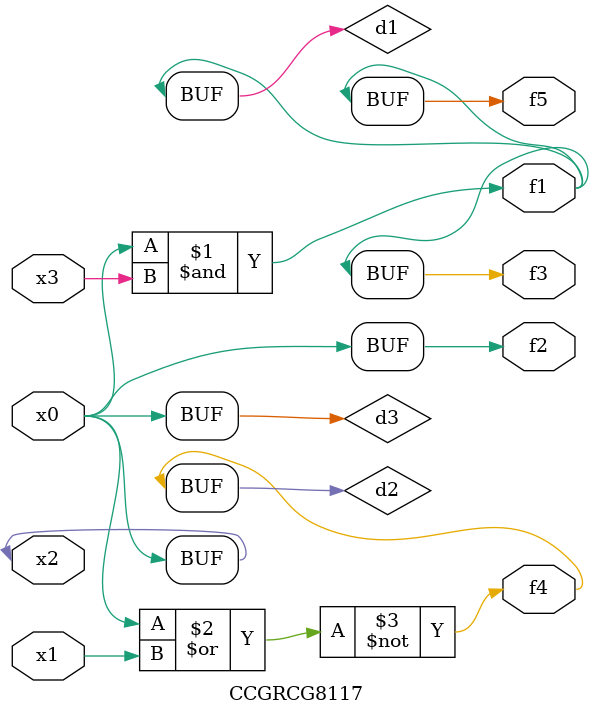
<source format=v>
module CCGRCG8117(
	input x0, x1, x2, x3,
	output f1, f2, f3, f4, f5
);

	wire d1, d2, d3;

	and (d1, x2, x3);
	nor (d2, x0, x1);
	buf (d3, x0, x2);
	assign f1 = d1;
	assign f2 = d3;
	assign f3 = d1;
	assign f4 = d2;
	assign f5 = d1;
endmodule

</source>
